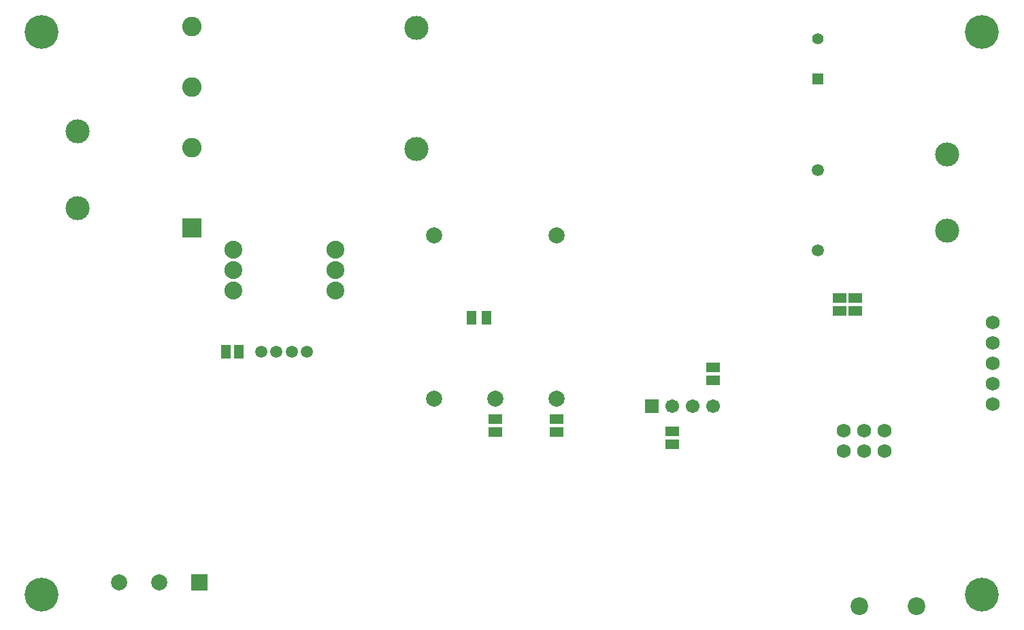
<source format=gbr>
%TF.GenerationSoftware,Altium Limited,Altium Designer,23.6.0 (18)*%
G04 Layer_Color=16711935*
%FSLAX45Y45*%
%MOMM*%
%TF.SameCoordinates,1BF17B70-E076-4422-95A1-EF062E3CA17A*%
%TF.FilePolarity,Negative*%
%TF.FileFunction,Soldermask,Bot*%
%TF.Part,Single*%
G01*
G75*
%TA.AperFunction,SMDPad,CuDef*%
%ADD70R,1.22320X1.67320*%
%ADD72R,1.67320X1.22320*%
%ADD74R,1.20320X1.65320*%
%TA.AperFunction,ViaPad*%
%ADD92C,4.20320*%
%TA.AperFunction,ComponentPad*%
%ADD93R,2.00320X2.00320*%
%ADD94C,2.00320*%
%ADD95C,1.40320*%
%ADD96R,1.40320X1.40320*%
%ADD97C,2.19820*%
%ADD98C,1.51320*%
%ADD99C,2.23320*%
%ADD100C,1.72720*%
%ADD101C,2.98420*%
%ADD102C,1.50320*%
%ADD103R,2.42320X2.42320*%
%ADD104C,2.42320*%
%ADD105C,3.00320*%
%ADD106C,1.70320*%
%ADD107R,1.70320X1.70320*%
D70*
X2699000Y3422500D02*
D03*
X2861000D02*
D03*
D72*
X10527500Y4091000D02*
D03*
Y3929000D02*
D03*
X10337500Y4091000D02*
D03*
Y3929000D02*
D03*
X8757500Y3227000D02*
D03*
Y3065000D02*
D03*
X8247500Y2270500D02*
D03*
Y2432500D02*
D03*
X6810000Y2419000D02*
D03*
Y2581000D02*
D03*
X6050000Y2419000D02*
D03*
Y2581000D02*
D03*
D74*
X5940000Y3847500D02*
D03*
X5750000D02*
D03*
D92*
X12100000Y400000D02*
D03*
X400000D02*
D03*
Y7400000D02*
D03*
X12100000D02*
D03*
D93*
X2370000Y550000D02*
D03*
D94*
X1870000D02*
D03*
X1370000D02*
D03*
X5285500Y2836500D02*
D03*
X6047500D02*
D03*
X6809500D02*
D03*
X5285500Y4868500D02*
D03*
X6809500D02*
D03*
D95*
X10060000Y7317500D02*
D03*
D96*
Y6817500D02*
D03*
D97*
X11295000Y255000D02*
D03*
X10580000D02*
D03*
D98*
X3136750Y3424000D02*
D03*
X3327250D02*
D03*
X3517750D02*
D03*
X3708250D02*
D03*
D99*
X4057500Y4186000D02*
D03*
Y4440000D02*
D03*
Y4694000D02*
D03*
X2787500D02*
D03*
Y4440000D02*
D03*
Y4186000D02*
D03*
D100*
X10894000Y2188500D02*
D03*
X10386000D02*
D03*
X10640000D02*
D03*
X10386000Y2442500D02*
D03*
X10640000D02*
D03*
X10894000D02*
D03*
X12240000Y2769000D02*
D03*
Y3023000D02*
D03*
Y3277000D02*
D03*
Y3531000D02*
D03*
Y3785000D02*
D03*
D101*
X11675000Y4925000D02*
D03*
Y5877500D02*
D03*
X850000Y5210000D02*
D03*
Y6162500D02*
D03*
D102*
X10062500Y5682500D02*
D03*
Y4682500D02*
D03*
D103*
X2272500Y4965000D02*
D03*
D104*
Y5965000D02*
D03*
Y6715000D02*
D03*
Y7465000D02*
D03*
D105*
X5070000Y5947500D02*
D03*
Y7447500D02*
D03*
D106*
X8756500Y2740000D02*
D03*
X8502500D02*
D03*
X8248500D02*
D03*
D107*
X7994500D02*
D03*
%TF.MD5,5fde923190e71ffe5765603dcd49b887*%
M02*

</source>
